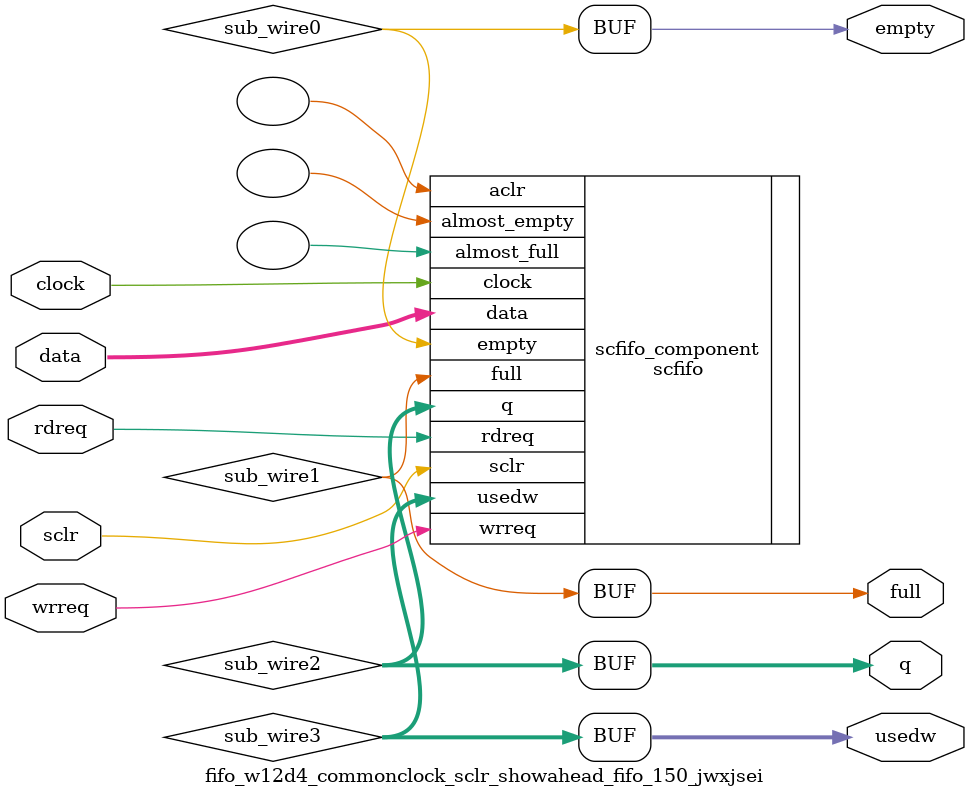
<source format=v>



`timescale 1 ps / 1 ps
// synopsys translate_on
module  fifo_w12d4_commonclock_sclr_showahead_fifo_150_jwxjsei  (
    clock,
    data,
    rdreq,
    sclr,
    wrreq,
    empty,
    full,
    q,
    usedw);

    input    clock;
    input  [11:0]  data;
    input    rdreq;
    input    sclr;
    input    wrreq;
    output   empty;
    output   full;
    output [11:0]  q;
    output [1:0]  usedw;

    wire  sub_wire0;
    wire  sub_wire1;
    wire [11:0] sub_wire2;
    wire [1:0] sub_wire3;
    wire  empty = sub_wire0;
    wire  full = sub_wire1;
    wire [11:0] q = sub_wire2[11:0];
    wire [1:0] usedw = sub_wire3[1:0];

    scfifo  scfifo_component (
                .clock (clock),
                .data (data),
                .rdreq (rdreq),
                .sclr (sclr),
                .wrreq (wrreq),
                .empty (sub_wire0),
                .full (sub_wire1),
                .q (sub_wire2),
                .usedw (sub_wire3),
                .aclr (),
                .almost_empty (),
                .almost_full ());
    defparam
        scfifo_component.add_ram_output_register  = "OFF",
        scfifo_component.intended_device_family  = "Arria 10",
        scfifo_component.lpm_numwords  = 4,
        scfifo_component.lpm_showahead  = "ON",
        scfifo_component.lpm_type  = "scfifo",
        scfifo_component.lpm_width  = 12,
        scfifo_component.lpm_widthu  = 2,
        scfifo_component.overflow_checking  = "ON",
        scfifo_component.underflow_checking  = "ON",
        scfifo_component.use_eab  = "ON";


endmodule



</source>
